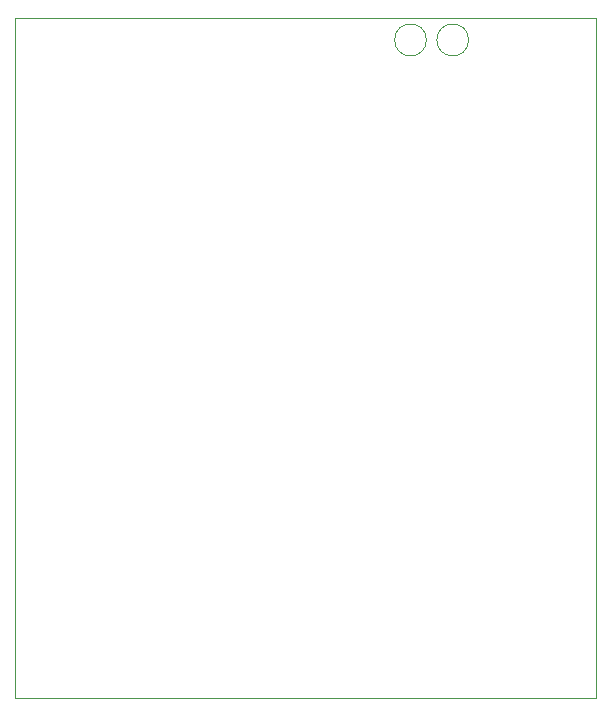
<source format=gm1>
%TF.GenerationSoftware,KiCad,Pcbnew,7.0.11-7.0.11~ubuntu22.04.1*%
%TF.CreationDate,2024-03-24T21:47:42+11:00*%
%TF.ProjectId,esp32_pwm_fan,65737033-325f-4707-976d-5f66616e2e6b,rev?*%
%TF.SameCoordinates,Original*%
%TF.FileFunction,Profile,NP*%
%FSLAX46Y46*%
G04 Gerber Fmt 4.6, Leading zero omitted, Abs format (unit mm)*
G04 Created by KiCad (PCBNEW 7.0.11-7.0.11~ubuntu22.04.1) date 2024-03-24 21:47:42*
%MOMM*%
%LPD*%
G01*
G04 APERTURE LIST*
%TA.AperFunction,Profile*%
%ADD10C,0.100000*%
%TD*%
G04 APERTURE END LIST*
D10*
X111416291Y-47880000D02*
G75*
G03*
X108723709Y-47880000I-1346291J0D01*
G01*
X108723709Y-47880000D02*
G75*
G03*
X111416291Y-47880000I1346291J0D01*
G01*
X73025000Y-46000000D02*
X122175000Y-46000000D01*
X122175000Y-103625000D01*
X73025000Y-103625000D01*
X73025000Y-46000000D01*
X107846291Y-47880000D02*
G75*
G03*
X105153709Y-47880000I-1346291J0D01*
G01*
X105153709Y-47880000D02*
G75*
G03*
X107846291Y-47880000I1346291J0D01*
G01*
M02*

</source>
